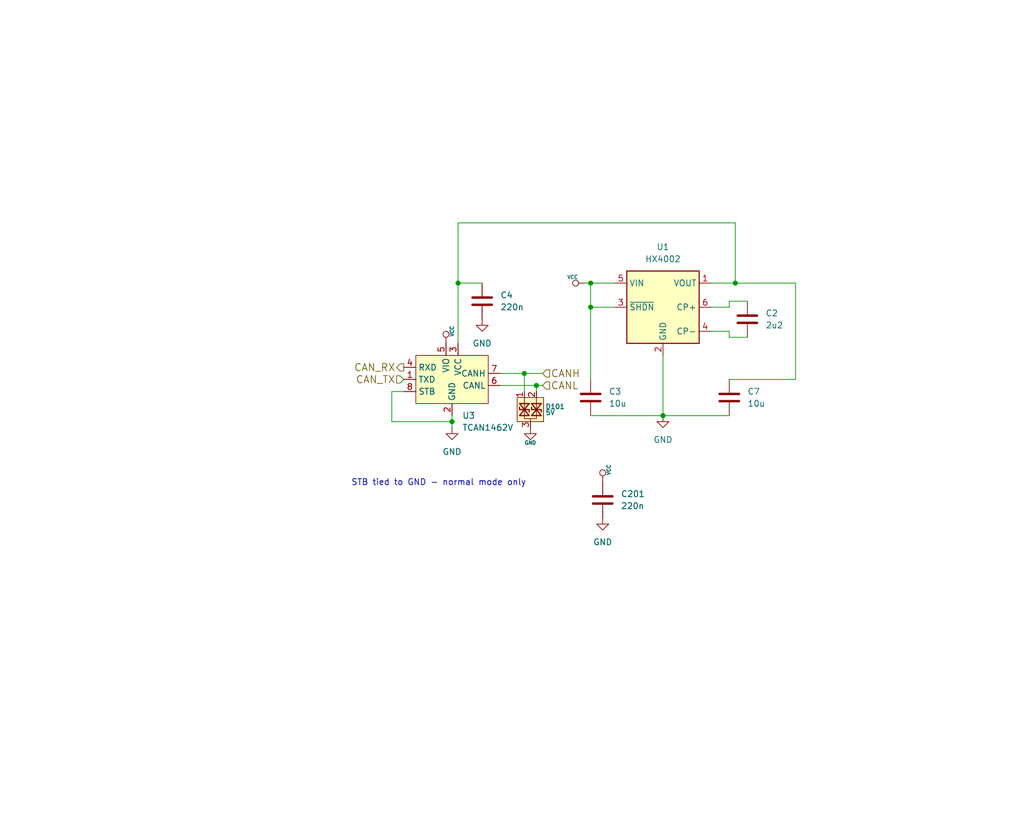
<source format=kicad_sch>
(kicad_sch (version 20250114) (generator "eeschema") (generator_version "9.0")
  (paper "User" 215.798 175.412)
  (title_block (title "Cheap FOCer 2") (date "2020-04-08") (rev "0.9") (company "Shaman Systems") (comment 1 "Root") (comment 4 "Top level"))
  (lib_symbols
    (symbol "BLDC_4-rescue:VCC" (power) (pin_names (offset 0))
      (property "Value" "BLDC_4-rescue_VCC" (at 0 3.81 0))
      (symbol "VCC_0_1"
        (circle (center 0 1.905) (radius 0.635))
        (polyline (pts (xy 0 0) (xy 0 1.27)))
      )
      (symbol "VCC_1_1"
        (pin power_in line (at 0 0 90) (length 0) (hide yes) (name "VCC") (number "1"))
      )
    )
    (symbol "Bluesat:D_TVS_Dual_Compact" (pin_names (offset 1.016) (hide yes))
      (property "Reference" "D" (at 0 6.35 0))
      (property "Value" "D_TVS_Dual_Compact" (at 0 5.08 0))
      (symbol "D_TVS_Dual_Compact_0_1"
        (polyline (pts (xy -1.27 1.27) (xy -1.27 -1.27)))
        (polyline (pts (xy -1.27 -1.27) (xy -1.27 -1.905) (xy 1.27 -1.905) (xy 1.27 -1.27)))
        (polyline (pts (xy -0.254 1.27) (xy -2.286 1.27) (xy -0.254 -1.27) (xy -2.286 -1.27) (xy -0.254 1.27)) (stroke (width 0.254)))
        (polyline (pts (xy -0.254 -0.508) (xy -0.254 0) (xy -2.286 0) (xy -2.286 0.508)) (stroke (width 0.254)))
        (polyline (pts (xy 1.27 1.27) (xy 1.27 -1.27)))
        (polyline (pts (xy 2.286 1.27) (xy 0.254 1.27) (xy 2.286 -1.27) (xy 0.254 -1.27) (xy 2.286 1.27)) (stroke (width 0.254)))
        (polyline (pts (xy 2.286 -0.508) (xy 2.286 0) (xy 0.254 0) (xy 0.254 0.508)) (stroke (width 0.254)))
      )
      (symbol "D_TVS_Dual_Compact_1_1"
        (rectangle (start -2.794 2.54) (end 2.794 -2.54) (fill (type background)))
        (polyline (pts (xy -1.27 1.27) (xy -1.27 2.54)))
        (polyline (pts (xy 0 -2.54) (xy 0 -1.905)))
        (polyline (pts (xy 1.27 2.54) (xy 1.27 2.54)))
        (polyline (pts (xy 1.27 2.54) (xy 1.27 1.27)))
        (polyline (pts (xy 1.27 1.27) (xy 1.27 1.27)))
        (pin passive line (at -1.27 3.81 270) (length 1.27) (name "") (number "1"))
        (pin passive line (at 0 -3.81 90) (length 1.27) (name "") (number "3"))
        (pin passive line (at 1.27 3.81 270) (length 1.27) (name "") (number "2"))
      )
    )
    (symbol "Bluesat:TCAN1462V"
      (property "Reference" "U" (at 1.905 8.255 0))
      (property "Value" "TCAN1462V" (at 1.905 6.35 0))
      (symbol "TCAN1462V_1_1"
        (rectangle (start -7.62 5.08) (end 7.62 -5.08) (fill (type background)))
        (pin input line (at -10.16 2.54 0) (length 2.54) (name "RXD") (number "4"))
        (pin input line (at -10.16 0 0) (length 2.54) (name "TXD") (number "1"))
        (pin input line (at -10.16 -2.54 0) (length 2.54) (name "STB") (number "8"))
        (pin input line (at -1.27 7.62 270) (length 2.54) (name "VIO") (number "5"))
        (pin input line (at 0 -7.62 90) (length 2.54) (name "GND") (number "2"))
        (pin input line (at 0 -7.62 90) (length 2.54) (hide yes) (name "EP") (number "9"))
        (pin input line (at 1.27 7.62 270) (length 2.54) (name "VCC") (number "3"))
        (pin input line (at 10.16 1.27 180) (length 2.54) (name "CANH") (number "7"))
        (pin input line (at 10.16 -1.27 180) (length 2.54) (name "CANL") (number "6"))
      )
    )
    (symbol "Device:C" (pin_numbers (hide yes)) (pin_names (offset 0.254))
      (property "Reference" "C" (at 0.635 2.54 0))
      (property "Value" "C" (at 0.635 -2.54 0))
      (symbol "C_0_1"
        (polyline (pts (xy -2.032 0.762) (xy 2.032 0.762)) (stroke (width 0.508)))
        (polyline (pts (xy -2.032 -0.762) (xy 2.032 -0.762)) (stroke (width 0.508)))
      )
      (symbol "C_1_1"
        (pin passive line (at 0 3.81 270) (length 2.794) (name "~") (number "1"))
        (pin passive line (at 0 -3.81 90) (length 2.794) (name "~") (number "2"))
      )
    )
    (symbol "Regulator_SwitchedCapacitor:LTC1754"
      (property "Reference" "U" (at -7.62 10.16 0))
      (property "Value" "LTC1754" (at 5.08 10.16 0))
      (symbol "LTC1754_0_1"
        (rectangle (start -7.62 7.62) (end 7.62 -7.62) (stroke (width 0.254)) (fill (type background)))
      )
      (symbol "LTC1754_1_1"
        (pin power_in line (at -10.16 5.08 0) (length 2.54) (name "VIN") (number "5"))
        (pin input line (at -10.16 0 0) (length 2.54) (name "~{SHDN}") (number "3"))
        (pin power_in line (at 0 -10.16 90) (length 2.54) (name "GND") (number "2"))
        (pin power_out line (at 10.16 5.08 180) (length 2.54) (name "VOUT") (number "1"))
        (pin passive line (at 10.16 0 180) (length 2.54) (name "CP+") (number "6"))
        (pin passive line (at 10.16 -5.08 180) (length 2.54) (name "CP-") (number "4"))
      )
    )
    (symbol "power:GND" (power) (pin_numbers (hide yes)) (pin_names (offset 0) (hide yes))
      (property "Value" "GND" (at 0 -3.81 0))
      (symbol "GND_0_1"
        (polyline (pts (xy 0 0) (xy 0 -1.27) (xy 1.27 -1.27) (xy 0 -2.54) (xy -1.27 -1.27) (xy 0 -1.27)))
      )
      (symbol "GND_1_1"
        (pin power_in line (at 0 0 270) (length 0) (name "~") (number "1"))
      )
    )
  )
  (text "STB tied to GND - normal mode only\n" (at 92.456 101.854 0) (effects (font (size 1.27 1.27))))
  (junction (at 139.7 87.63))
  (junction (at 124.46 64.77))
  (junction (at 154.94 59.69))
  (junction (at 113.03 81.28))
  (junction (at 124.46 59.69))
  (junction (at 110.49 78.74))
  (junction (at 95.25 88.9))
  (junction (at 96.52 59.69))
  (wire (pts (xy 82.55 82.55) (xy 82.55 88.9)))
  (wire (pts (xy 153.67 64.77) (xy 153.67 63.5)))
  (wire (pts (xy 96.52 72.39) (xy 96.52 59.69)))
  (wire (pts (xy 154.94 59.69) (xy 167.64 59.69)))
  (wire (pts (xy 113.03 81.28) (xy 113.03 82.55)))
  (wire (pts (xy 149.86 69.85) (xy 153.67 69.85)))
  (wire (pts (xy 124.46 87.63) (xy 139.7 87.63)))
  (wire (pts (xy 110.49 78.74) (xy 105.41 78.74)))
  (wire (pts (xy 96.52 46.99) (xy 96.52 59.69)))
  (wire (pts (xy 101.6 59.69) (xy 96.52 59.69)))
  (wire (pts (xy 149.86 59.69) (xy 154.94 59.69)))
  (wire (pts (xy 149.86 64.77) (xy 153.67 64.77)))
  (wire (pts (xy 95.25 87.63) (xy 95.25 88.9)))
  (wire (pts (xy 167.64 80.01) (xy 153.67 80.01)))
  (wire (pts (xy 153.67 71.12) (xy 157.48 71.12)))
  (wire (pts (xy 114.3 81.28) (xy 113.03 81.28)))
  (wire (pts (xy 113.03 81.28) (xy 105.41 81.28)))
  (wire (pts (xy 139.7 87.63) (xy 153.67 87.63)))
  (wire (pts (xy 123.19 59.69) (xy 124.46 59.69)))
  (wire (pts (xy 167.64 59.69) (xy 167.64 80.01)))
  (wire (pts (xy 85.09 82.55) (xy 82.55 82.55)))
  (wire (pts (xy 114.3 78.74) (xy 110.49 78.74)))
  (wire (pts (xy 110.49 78.74) (xy 110.49 82.55)))
  (wire (pts (xy 124.46 59.69) (xy 129.54 59.69)))
  (wire (pts (xy 124.46 64.77) (xy 124.46 80.01)))
  (wire (pts (xy 82.55 88.9) (xy 95.25 88.9)))
  (wire (pts (xy 95.25 88.9) (xy 95.25 90.17)))
  (wire (pts (xy 139.7 74.93) (xy 139.7 87.63)))
  (wire (pts (xy 96.52 46.99) (xy 154.94 46.99)))
  (wire (pts (xy 154.94 46.99) (xy 154.94 59.69)))
  (wire (pts (xy 124.46 64.77) (xy 129.54 64.77)))
  (wire (pts (xy 153.67 69.85) (xy 153.67 71.12)))
  (wire (pts (xy 153.67 63.5) (xy 157.48 63.5)))
  (wire (pts (xy 124.46 59.69) (xy 124.46 64.77)))
  (hierarchical_label "CAN_RX" (shape output) (at 85.09 77.47 180) (effects (font (size 1.524 1.524))))
  (hierarchical_label "CANL" (shape input) (at 114.3 81.28 0) (effects (font (size 1.524 1.524))))
  (hierarchical_label "CAN_TX" (shape input) (at 85.09 80.01 180) (effects (font (size 1.524 1.524))))
  (hierarchical_label "CANH" (shape input) (at 114.3 78.74 0) (effects (font (size 1.524 1.524))))
  (symbol (lib_id "Bluesat:D_TVS_Dual_Compact") (at 111.76 86.36 0) (unit 1)
    (property "Reference" "D101" (at 114.935 85.725 0) (effects (font (size 1.016 1.016)) (justify left)))
    (property "Value" "5V" (at 114.935 86.995 0) (effects (font (size 1.016 1.016)) (justify left)))
    (property "Footprint" "Package_TO_SOT_SMD:SOT-523" (effects (hide yes)))
    (property "Description" "Dual bidirectional transient-voltage-suppression diode, compact symbol" (effects (hide yes)))
  )
  (symbol (lib_id "BLDC_4-rescue:VCC") (at 123.19 59.69 90) (unit 1)
    (property "Reference" "#PWR011" (effects (hide yes)))
    (property "Value" "VCC" (at 120.65 58.42 90) (effects (font (size 0.762 0.762))))
  )
  (symbol (lib_id "power:GND") (at 95.25 90.17 0) (unit 1)
    (property "Reference" "#PWR03" (effects (hide yes)))
    (property "Value" "GND" (at 95.25 95.25 0))
    (property "Description" "Power symbol creates a global label with name \"GND\" , ground" (effects (hide yes)))
  )
  (symbol (lib_id "power:GND") (at 127 109.22 0) (unit 1)
    (property "Reference" "#PWR0202" (effects (hide yes)))
    (property "Value" "GND" (at 127 114.3 0))
    (property "Description" "Power symbol creates a global label with name \"GND\" , ground" (effects (hide yes)))
  )
  (symbol (lib_id "power:GND") (at 101.6 67.31 0) (unit 1)
    (property "Reference" "#PWR043" (effects (hide yes)))
    (property "Value" "GND" (at 101.6 72.39 0))
    (property "Description" "Power symbol creates a global label with name \"GND\" , ground" (effects (hide yes)))
  )
  (symbol (lib_id "power:GND") (at 111.76 90.17 0) (unit 1)
    (property "Reference" "#PWR0204" (effects (hide yes)))
    (property "Value" "GND" (at 111.76 93.345 0) (effects (font (size 0.762 0.762))))
    (property "Description" "Power symbol creates a global label with name \"GND\" , ground" (effects (hide yes)))
  )
  (symbol (lib_id "power:GND") (at 139.7 87.63 0) (unit 1)
    (property "Reference" "#PWR010" (effects (hide yes)))
    (property "Value" "GND" (at 139.7 92.71 0))
    (property "Description" "Power symbol creates a global label with name \"GND\" , ground" (effects (hide yes)))
  )
  (symbol (lib_id "BLDC_4-rescue:VCC") (at 93.98 72.39 0) (unit 1)
    (property "Reference" "#PWR089" (effects (hide yes)))
    (property "Value" "VCC" (at 95.25 69.85 90) (effects (font (size 0.762 0.762))))
  )
  (symbol (lib_id "Bluesat:TCAN1462V") (at 95.25 80.01 0) (unit 1)
    (property "Reference" "U3" (at 97.3933 87.63 0) (effects (justify left)))
    (property "Value" "TCAN1462V" (at 97.3933 90.17 0) (effects (justify left)))
    (property "Footprint" "Package_SO:SOIC-8_3.9x4.9mm_P1.27mm" (effects (hide yes)))
    (property "Datasheet" "https://www.ti.com/lit/ds/symlink/tcan1462-q1.pdf" (effects (hide yes)))
    (property "Description" "CAN FD Transceiver with Signal Improvement Capability (SIC)" (effects (hide yes)))
  )
  (symbol (lib_id "Device:C") (at 101.6 63.5 0) (unit 1)
    (property "Reference" "C4" (at 105.41 62.2299 0) (effects (justify left)))
    (property "Value" "220n" (at 105.41 64.7699 0) (effects (justify left)))
    (property "Footprint" "Capacitor_SMD:C_0402_1005Metric" (effects (hide yes)))
    (property "Description" "Unpolarized capacitor" (effects (hide yes)))
  )
  (symbol (lib_id "Regulator_SwitchedCapacitor:LTC1754") (at 139.7 64.77 0) (unit 1)
    (property "Reference" "U1" (at 139.7 52.07 0))
    (property "Value" "HX4002" (at 139.7 54.61 0))
    (property "Footprint" "Package_TO_SOT_SMD:SOT-23-6" (effects (hide yes)))
    (property "Datasheet" "https://www.analog.com/media/en/technical-documentation/data-sheets/175435f.pdf" (effects (hide yes)))
    (property "Description" "40mA charge-pump, SOT-23-6" (effects (hide yes)))
  )
  (symbol (lib_id "Device:C") (at 157.48 67.31 0) (unit 1)
    (property "Reference" "C2" (at 161.29 66.0399 0) (effects (justify left)))
    (property "Value" "2u2" (at 161.29 68.5799 0) (effects (justify left)))
    (property "Footprint" "Capacitor_SMD:C_0603_1608Metric" (effects (hide yes)))
    (property "Description" "Unpolarized capacitor" (effects (hide yes)))
  )
  (symbol (lib_id "Device:C") (at 153.67 83.82 0) (unit 1)
    (property "Reference" "C7" (at 157.48 82.5499 0) (effects (justify left)))
    (property "Value" "10u" (at 157.48 85.0899 0) (effects (justify left)))
    (property "Footprint" "Capacitor_SMD:C_1206_3216Metric" (effects (hide yes)))
    (property "Description" "Unpolarized capacitor" (effects (hide yes)))
  )
  (symbol (lib_id "Device:C") (at 124.46 83.82 0) (unit 1)
    (property "Reference" "C3" (at 128.27 82.5499 0) (effects (justify left)))
    (property "Value" "10u" (at 128.27 85.0899 0) (effects (justify left)))
    (property "Footprint" "Capacitor_SMD:C_1206_3216Metric" (effects (hide yes)))
    (property "Description" "Unpolarized capacitor" (effects (hide yes)))
  )
  (symbol (lib_id "BLDC_4-rescue:VCC") (at 127 101.6 0) (unit 1)
    (property "Reference" "#PWR0201" (effects (hide yes)))
    (property "Value" "VCC" (at 128.27 99.06 90) (effects (font (size 0.762 0.762))))
  )
  (symbol (lib_id "Device:C") (at 127 105.41 0) (unit 1)
    (property "Reference" "C201" (at 130.81 104.1399 0) (effects (justify left)))
    (property "Value" "220n" (at 130.81 106.6799 0) (effects (justify left)))
    (property "Footprint" "Capacitor_SMD:C_0402_1005Metric" (effects (hide yes)))
    (property "Description" "Unpolarized capacitor" (effects (hide yes)))
  )
)
</source>
